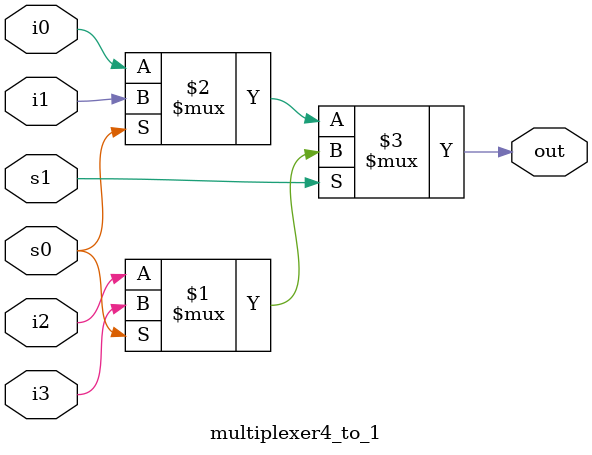
<source format=v>
module multiplexer4_to_1 (out,i0,i1,i2,i3,s1,s0);

//I/O 다이어그램으로부터 포트 선언
output out;
input i0,i1,i2,i3;
input s1,s0;

//조건 연산 사용
//<조건식? 참 조건식 수식: 거짓 조건시 수식>
assign out =s1?(s0?i3:i2):(s0?i1:i0);
endmodule
/*s1이 0일 때:

s0이 0이면 → i0 선택
s0이 1이면 → i1 선택


s1이 1일 때:

s0이 0이면 → i2 선택
s0이 1이면 → i3 선택
*/
</source>
